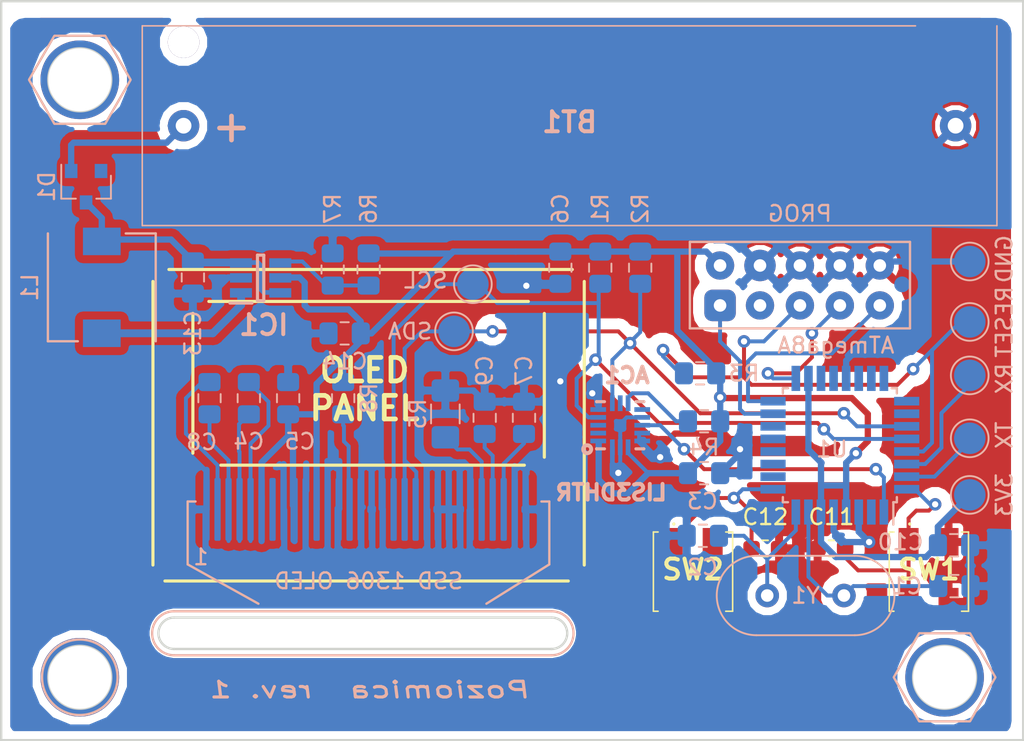
<source format=kicad_pcb>
(kicad_pcb (version 20171130) (host pcbnew "(5.0.2)-1")
  (layers (0 F.Cu signal) (31 B.Cu signal) (34 B.Paste user hide) (35 F.Paste user hide) (36 B.SilkS user) (37 F.SilkS user hide) (38 B.Mask user hide) (39 F.Mask user hide) (44 Edge.Cuts user))
  (net 0 "")
  (net 1 +3V3)
  (net 2 "Net-(AC1-Pad2)")
  (net 3 "Net-(AC1-Pad3)")
  (net 4 SCL)
  (net 5 GND)
  (net 6 SDA)
  (net 7 "Net-(AC1-Pad7)")
  (net 8 "Net-(AC1-Pad8)")
  (net 9 "Net-(AC1-Pad9)")
  (net 10 INT1)
  (net 11 "Net-(C1-Pad1)")
  (net 12 "Net-(C2-Pad1)")
  (net 13 "Net-(C4-Pad2)")
  (net 14 "Net-(C4-Pad1)")
  (net 15 "Net-(C7-Pad1)")
  (net 16 "Net-(C8-Pad1)")
  (net 17 "Net-(C8-Pad2)")
  (net 18 "Net-(C9-Pad1)")
  (net 19 "Net-(CON1-Pad7)")
  (net 20 "Net-(CON1-Pad14)")
  (net 21 "Net-(CON1-Pad26)")
  (net 22 MOSI)
  (net 23 "Net-(J1-Pad3)")
  (net 24 RESET)
  (net 25 SCK)
  (net 26 MISO)
  (net 27 INT0)
  (net 28 "Net-(U1-Pad2)")
  (net 29 "Net-(U1-Pad10)")
  (net 30 "Net-(U1-Pad11)")
  (net 31 "Net-(U1-Pad12)")
  (net 32 "Net-(U1-Pad13)")
  (net 33 "Net-(U1-Pad14)")
  (net 34 "Net-(U1-Pad19)")
  (net 35 "Net-(U1-Pad20)")
  (net 36 "Net-(U1-Pad22)")
  (net 37 "Net-(U1-Pad23)")
  (net 38 "Net-(U1-Pad24)")
  (net 39 "Net-(U1-Pad25)")
  (net 40 "Net-(U1-Pad26)")
  (net 41 ZERO)
  (net 42 "Net-(J1-PadMP)")
  (net 43 +BATT)
  (net 44 "Net-(IC1-Pad1)")
  (net 45 "Net-(IC1-Pad4)")
  (net 46 RX)
  (net 47 TX)
  (net 48 "Net-(BT1-Pad1)")
  (module Resistor_SMD:R_0805_2012Metric_Pad1.15x1.40mm_HandSolder (layer B.Cu) (at 21.75 25.25 90)
    (fp_text reference R8 (at 0 1.65 90) (layer B.SilkS) (effects (justify mirror)))
    (fp_text value 10k)
    (pad 1 smd roundrect (at -1.025 0 90) (size 1.15 1.4) (layers B.Cu B.Paste B.Mask) (roundrect_rratio 0.217391) (net 20 "Net-(CON1-Pad14)"))
    (pad 2 smd roundrect (at 1.025 0 90) (size 1.15 1.4) (layers B.Cu B.Paste B.Mask) (roundrect_rratio 0.217391) (net 1 +3V3))
  )
  (module SSD1306:1021BatteryAAA (layer B.Cu) (at 11.6 7.92 180)
    (fp_text reference BT1 (at -24.55 0.223 180) (layer B.SilkS) (effects (font (size 1.27 1.27) (thickness 0.254)) (justify mirror)))
    (fp_text value Battery hide)
    (fp_text user + (at -3.048 0 180) (layer B.SilkS) (effects (font (size 2 2) (thickness 0.3)) (justify mirror)))
    (pad 3 thru_hole circle (at 0 5.31 90) (size 2 2) (drill 2) (layers *.Cu *.Mask))
    (pad 2 thru_hole circle (at -49.1 0 90) (size 2 2) (drill 1) (layers *.Cu *.Mask) (net 5 GND))
    (pad 1 thru_hole circle (at 0 0 90) (size 2 2) (drill 1) (layers *.Cu *.Mask) (net 48 "Net-(BT1-Pad1)"))
  )
  (module SSD1306:LIS3DH_BigPad (layer B.Cu) (at 39.37 26.97)
    (fp_text reference AC1 (at 0.43 -3.17) (layer B.SilkS) (effects (font (thickness 0.25)) (justify mirror)))
    (fp_text value LIS3DHTR (at -0.57 4.28) (layer B.SilkS) (effects (font (thickness 0.25)) (justify mirror)))
    (pad 1 smd rect (at -1.4 1 270) (size 0.3 1) (layers B.Cu B.Paste B.Mask) (net 1 +3V3))
    (pad 2 smd rect (at -1.4 0.5 270) (size 0.3 1) (layers B.Cu B.Paste B.Mask) (net 2 "Net-(AC1-Pad2)"))
    (pad 3 smd rect (at -1.4 0 270) (size 0.3 1) (layers B.Cu B.Paste B.Mask) (net 3 "Net-(AC1-Pad3)"))
    (pad 4 smd rect (at -1.4 -0.5 270) (size 0.3 1) (layers B.Cu B.Paste B.Mask) (net 4 SCL))
    (pad 5 smd rect (at -1.4 -1 270) (size 0.3 1) (layers B.Cu B.Paste B.Mask) (net 5 GND))
    (pad 6 smd rect (at -0.5 -1.4) (size 0.3 1) (layers B.Cu B.Paste B.Mask) (net 6 SDA))
    (pad 7 smd rect (at 0 -1.4) (size 0.3 1) (layers B.Cu B.Paste B.Mask) (net 7 "Net-(AC1-Pad7)"))
    (pad 8 smd rect (at 0.5 -1.4) (size 0.3 1) (layers B.Cu B.Paste B.Mask) (net 8 "Net-(AC1-Pad8)"))
    (pad 9 smd rect (at 1.4 -1 270) (size 0.3 1) (layers B.Cu B.Paste B.Mask) (net 9 "Net-(AC1-Pad9)"))
    (pad 10 smd rect (at 1.4 -0.5 270) (size 0.3 1) (layers B.Cu B.Paste B.Mask) (net 5 GND))
    (pad 11 smd rect (at 1.4 0 270) (size 0.3 1) (layers B.Cu B.Paste B.Mask) (net 10 INT1))
    (pad 12 smd rect (at 1.4 0.5 270) (size 0.3 1) (layers B.Cu B.Paste B.Mask) (net 5 GND))
    (pad 13 smd rect (at 1.4 1 270) (size 0.3 1) (layers B.Cu B.Paste B.Mask) (net 5 GND))
    (pad 14 smd rect (at 0.5 1.4) (size 0.3 1) (layers B.Cu B.Paste B.Mask) (net 1 +3V3))
    (pad 15 smd rect (at 0 1.4) (size 0.3 1) (layers B.Cu B.Paste B.Mask) (net 5 GND))
    (pad 16 smd rect (at -0.5 1.4) (size 0.3 1) (layers B.Cu B.Paste B.Mask) (net 5 GND))
  )
  (module SSD1306:7914J1000E (layer F.Cu) (at 44 36)
    (fp_text reference SW2 (at 0 0.147) (layer F.SilkS) (effects (font (size 1.27 1.27) (thickness 0.254))))
    (fp_text value ZERO hide)
    (pad 1 smd rect (at -1.29 -1.605 90) (size 1.78 1.27) (layers F.Cu F.Paste F.Mask) (net 41 ZERO))
    (pad 1 smd rect (at -1.29 2.205 90) (size 1.78 1.27) (layers F.Cu F.Paste F.Mask) (net 41 ZERO))
    (pad 2 smd rect (at 1.25 -1.605 90) (size 1.78 1.27) (layers F.Cu F.Paste F.Mask) (net 5 GND))
    (pad 2 smd rect (at 1.25 2.205 90) (size 1.78 1.27) (layers F.Cu F.Paste F.Mask) (net 5 GND))
  )
  (module SSD1306:7914J1000E (layer F.Cu) (at 59 36)
    (fp_text reference SW1 (at 0 0.147) (layer F.SilkS) (effects (font (size 1.27 1.27) (thickness 0.254))))
    (fp_text value PWR hide)
    (pad 1 smd rect (at -1.29 -1.605 90) (size 1.78 1.27) (layers F.Cu F.Paste F.Mask) (net 27 INT0))
    (pad 1 smd rect (at -1.29 2.205 90) (size 1.78 1.27) (layers F.Cu F.Paste F.Mask) (net 27 INT0))
    (pad 2 smd rect (at 1.25 -1.605 90) (size 1.78 1.27) (layers F.Cu F.Paste F.Mask) (net 5 GND))
    (pad 2 smd rect (at 1.25 2.205 90) (size 1.78 1.27) (layers F.Cu F.Paste F.Mask) (net 5 GND))
  )
  (module SSD1306:Crystal_HC49-U_Vertical (layer B.Cu) (at 53.6 37.8 180)
    (fp_text reference Y1 (at 2.44 0 180) (layer B.SilkS) (effects (justify mirror)))
    (fp_text value Crystal hide)
    (pad 1 thru_hole circle (at 0 0 180) (size 1.5 1.5) (drill 0.8) (layers *.Cu *.Mask) (net 11 "Net-(C1-Pad1)"))
    (pad 2 thru_hole circle (at 4.88 0 180) (size 1.5 1.5) (drill 0.8) (layers *.Cu *.Mask) (net 12 "Net-(C2-Pad1)"))
  )
  (module Capacitor_SMD:C_0805_2012Metric_Pad1.15x1.40mm_HandSolder (layer B.Cu) (at 15.75 25.25 90)
    (fp_text reference C4 (at -2.75 0 180) (layer B.SilkS) (effects (justify mirror)))
    (fp_text value 2,2uF)
    (pad 2 smd roundrect (at 1.025 0 90) (size 1.15 1.4) (layers B.Cu B.Paste B.Mask) (roundrect_rratio 0.217391) (net 13 "Net-(C4-Pad2)"))
    (pad 1 smd roundrect (at -1.025 0 90) (size 1.15 1.4) (layers B.Cu B.Paste B.Mask) (roundrect_rratio 0.217391) (net 14 "Net-(C4-Pad1)"))
  )
  (module SSD1306:PROG (layer B.Cu) (at 50.8 16.81)
    (fp_text reference J1 hide)
    (fp_text value PROG (at 0 -3.302) (layer B.SilkS) (effects (justify mirror)))
    (pad 10 thru_hole circle (at 5.08 0) (size 1.8 1.8) (drill 0.8) (layers *.Cu *.Mask) (net 5 GND))
    (pad 9 thru_hole circle (at 5.08 2.54) (size 1.8 1.8) (drill 0.8) (layers *.Cu *.Mask) (net 26 MISO))
    (pad 8 thru_hole circle (at 2.54 0) (size 1.8 1.8) (drill 0.8) (layers *.Cu *.Mask) (net 5 GND))
    (pad 7 thru_hole circle (at 2.54 2.54) (size 1.8 1.8) (drill 0.8) (layers *.Cu *.Mask) (net 25 SCK))
    (pad 6 thru_hole circle (at 0 0) (size 1.8 1.8) (drill 0.8) (layers *.Cu *.Mask) (net 5 GND))
    (pad 5 thru_hole circle (at 0 2.54) (size 1.8 1.8) (drill 0.8) (layers *.Cu *.Mask) (net 24 RESET))
    (pad 4 thru_hole circle (at -2.54 0) (size 2 2) (drill 0.8) (layers *.Cu *.Mask) (net 5 GND))
    (pad 3 thru_hole circle (at -2.54 2.54) (size 1.8 1.8) (drill 0.8) (layers *.Cu *.Mask) (net 23 "Net-(J1-Pad3)"))
    (pad 2 thru_hole circle (at -5.08 0) (size 1.8 1.8) (drill 0.8) (layers *.Cu *.Mask) (net 1 +3V3))
    (pad 1 thru_hole roundrect (at -5.08 2.54) (size 2 2) (drill 0.8) (layers *.Cu *.Mask) (net 22 MOSI))
    (pad MP connect circle (at 6.5 1.2) (size 1 1) (layers B.Cu B.Mask) (net 42 "Net-(J1-PadMP)"))
  )
  (module SSD1306:SSD1306 (layer B.Cu) (at 22.86 33.32)
    (fp_text reference CON1 hide)
    (fp_text value "SSD 1306 OLED" (at 0.508 3.556) (layer B.SilkS) (effects (justify mirror)))
    (fp_text user 1 (at -10.16 2.032) (layer B.SilkS) (effects (justify mirror)))
    (pad 1 smd roundrect (at -9.8 -1) (size 0.4 4) (layers B.Cu B.Paste B.Mask) (net 5 GND))
    (pad 2 smd roundrect (at -9.1 -1) (size 0.4 4) (layers B.Cu B.Paste B.Mask) (net 16 "Net-(C8-Pad1)"))
    (pad 3 smd roundrect (at -8.4 -1) (size 0.4 4) (layers B.Cu B.Paste B.Mask) (net 17 "Net-(C8-Pad2)"))
    (pad 4 smd roundrect (at -7.7 -1) (size 0.4 4) (layers B.Cu B.Paste B.Mask) (net 14 "Net-(C4-Pad1)"))
    (pad 5 smd roundrect (at -7 -1) (size 0.4 4) (layers B.Cu B.Paste B.Mask) (net 13 "Net-(C4-Pad2)"))
    (pad 6 smd roundrect (at -6.3 -1) (size 0.4 4) (layers B.Cu B.Paste B.Mask) (net 1 +3V3))
    (pad 7 smd roundrect (at -5.6 -1) (size 0.4 4) (layers B.Cu B.Paste B.Mask) (net 19 "Net-(CON1-Pad7)"))
    (pad 8 smd roundrect (at -4.9 -1) (size 0.4 4) (layers B.Cu B.Paste B.Mask) (net 5 GND))
    (pad 9 smd roundrect (at -4.2 -1) (size 0.4 4) (layers B.Cu B.Paste B.Mask) (net 1 +3V3))
    (pad 10 smd roundrect (at -3.5 -1) (size 0.4 4) (layers B.Cu B.Paste B.Mask) (net 5 GND))
    (pad 11 smd roundrect (at -2.8 -1) (size 0.4 4) (layers B.Cu B.Paste B.Mask) (net 1 +3V3))
    (pad 12 smd roundrect (at -2.1 -1) (size 0.4 4) (layers B.Cu B.Paste B.Mask) (net 5 GND))
    (pad 13 smd roundrect (at -1.4 -1) (size 0.4 4) (layers B.Cu B.Paste B.Mask) (net 5 GND))
    (pad 14 smd roundrect (at -0.7 -1) (size 0.4 4) (layers B.Cu B.Paste B.Mask) (net 20 "Net-(CON1-Pad14)"))
    (pad 15 smd roundrect (at 0 -1) (size 0.4 4) (layers B.Cu B.Paste B.Mask) (net 5 GND))
    (pad 16 smd roundrect (at 0.7 -1) (size 0.4 4) (layers B.Cu B.Paste B.Mask) (net 5 GND))
    (pad 17 smd roundrect (at 1.4 -1) (size 0.4 4) (layers B.Cu B.Paste B.Mask) (net 5 GND))
    (pad 18 smd roundrect (at 2.1 -1) (size 0.4 4) (layers B.Cu B.Paste B.Mask) (net 4 SCL))
    (pad 19 smd roundrect (at 2.8 -1) (size 0.4 4) (layers B.Cu B.Paste B.Mask) (net 6 SDA))
    (pad 20 smd roundrect (at 3.5 -1) (size 0.4 4) (layers B.Cu B.Paste B.Mask) (net 6 SDA))
    (pad 21 smd roundrect (at 4.2 -1) (size 0.4 4) (layers B.Cu B.Paste B.Mask) (net 5 GND))
    (pad 22 smd roundrect (at 4.9 -1) (size 0.4 4) (layers B.Cu B.Paste B.Mask) (net 5 GND))
    (pad 23 smd roundrect (at 5.6 -1) (size 0.4 4) (layers B.Cu B.Paste B.Mask) (net 5 GND))
    (pad 24 smd roundrect (at 6.3 -1) (size 0.4 4) (layers B.Cu B.Paste B.Mask) (net 5 GND))
    (pad 25 smd roundrect (at 7 -1) (size 0.4 4) (layers B.Cu B.Paste B.Mask) (net 5 GND))
    (pad 26 smd roundrect (at 7.7 -1) (size 0.4 4) (layers B.Cu B.Paste B.Mask) (net 21 "Net-(CON1-Pad26)"))
    (pad 27 smd roundrect (at 8.4 -1) (size 0.4 4) (layers B.Cu B.Paste B.Mask) (net 18 "Net-(C9-Pad1)"))
    (pad 28 smd roundrect (at 9.1 -1) (size 0.4 4) (layers B.Cu B.Paste B.Mask) (net 15 "Net-(C7-Pad1)"))
    (pad 29 smd roundrect (at 9.8 -1) (size 0.4 4) (layers B.Cu B.Paste B.Mask) (net 5 GND))
    (pad 30 smd roundrect (at 10.5 -1) (size 0.4 4) (layers B.Cu B.Paste B.Mask) (net 5 GND))
  )
  (module Capacitor_SMD:C_0805_2012Metric_Pad1.15x1.40mm_HandSolder (layer B.Cu) (at 60.625 37.2)
    (fp_text reference C1 (at -3.025 0) (layer B.SilkS) (effects (justify mirror)))
    (fp_text value 12pF)
    (pad 1 smd roundrect (at -1.025 0) (size 1.15 1.4) (layers B.Cu B.Paste B.Mask) (roundrect_rratio 0.217391) (net 11 "Net-(C1-Pad1)"))
    (pad 2 smd roundrect (at 1.025 0) (size 1.15 1.4) (layers B.Cu B.Paste B.Mask) (roundrect_rratio 0.217391) (net 5 GND))
  )
  (module Capacitor_SMD:C_0805_2012Metric_Pad1.15x1.40mm_HandSolder (layer B.Cu) (at 44.625 34 180)
    (fp_text reference C2 (at 0.025 -2 180) (layer B.SilkS) (effects (justify mirror)))
    (fp_text value 12pF)
    (pad 2 smd roundrect (at 1.025 0 180) (size 1.15 1.4) (layers B.Cu B.Paste B.Mask) (roundrect_rratio 0.217391) (net 5 GND))
    (pad 1 smd roundrect (at -1.025 0 180) (size 1.15 1.4) (layers B.Cu B.Paste B.Mask) (roundrect_rratio 0.217391) (net 12 "Net-(C2-Pad1)"))
  )
  (module Capacitor_SMD:C_0805_2012Metric_Pad1.15x1.40mm_HandSolder (layer B.Cu) (at 44.704 30.018)
    (fp_text reference C3 (at -0.104 1.782) (layer B.SilkS) (effects (justify mirror)))
    (fp_text value 2,2uF hide)
    (pad 1 smd roundrect (at -1.025 0) (size 1.15 1.4) (layers B.Cu B.Paste B.Mask) (roundrect_rratio 0.217391) (net 1 +3V3))
    (pad 2 smd roundrect (at 1.025 0) (size 1.15 1.4) (layers B.Cu B.Paste B.Mask) (roundrect_rratio 0.217391) (net 5 GND))
  )
  (module Capacitor_SMD:C_0805_2012Metric_Pad1.15x1.40mm_HandSolder (layer B.Cu) (at 18.25 25.25 90)
    (fp_text reference C5 (at -2.75 0.75 180) (layer B.SilkS) (effects (justify mirror)))
    (fp_text value 2,2uF)
    (pad 1 smd roundrect (at -1.025 0 90) (size 1.15 1.4) (layers B.Cu B.Paste B.Mask) (roundrect_rratio 0.217391) (net 1 +3V3))
    (pad 2 smd roundrect (at 1.025 0 90) (size 1.15 1.4) (layers B.Cu B.Paste B.Mask) (roundrect_rratio 0.217391) (net 5 GND))
  )
  (module Capacitor_SMD:C_0805_2012Metric_Pad1.15x1.40mm_HandSolder (layer B.Cu) (at 35.56 16.95 270)
    (fp_text reference C6 (at -3.75 0 270) (layer B.SilkS) (effects (justify mirror)))
    (fp_text value 2,2uF)
    (pad 2 smd roundrect (at 1.025 0 270) (size 1.15 1.4) (layers B.Cu B.Paste B.Mask) (roundrect_rratio 0.217391) (net 5 GND))
    (pad 1 smd roundrect (at -1.025 0 270) (size 1.15 1.4) (layers B.Cu B.Paste B.Mask) (roundrect_rratio 0.217391) (net 1 +3V3))
  )
  (module Capacitor_SMD:C_0805_2012Metric_Pad1.15x1.40mm_HandSolder (layer B.Cu) (at 33.25 26.5 90)
    (fp_text reference C7 (at 3 0 90) (layer B.SilkS) (effects (justify mirror)))
    (fp_text value 2,2uF)
    (pad 2 smd roundrect (at 1.025 0 90) (size 1.15 1.4) (layers B.Cu B.Paste B.Mask) (roundrect_rratio 0.217391) (net 5 GND))
    (pad 1 smd roundrect (at -1.025 0 90) (size 1.15 1.4) (layers B.Cu B.Paste B.Mask) (roundrect_rratio 0.217391) (net 15 "Net-(C7-Pad1)"))
  )
  (module Capacitor_SMD:C_0805_2012Metric_Pad1.15x1.40mm_HandSolder (layer B.Cu) (at 13.25 25.25 270)
    (fp_text reference C8 (at 2.794 0.5) (layer B.SilkS) (effects (justify mirror)))
    (fp_text value 2,2uF)
    (pad 1 smd roundrect (at -1.025 0 270) (size 1.15 1.4) (layers B.Cu B.Paste B.Mask) (roundrect_rratio 0.217391) (net 16 "Net-(C8-Pad1)"))
    (pad 2 smd roundrect (at 1.025 0 270) (size 1.15 1.4) (layers B.Cu B.Paste B.Mask) (roundrect_rratio 0.217391) (net 17 "Net-(C8-Pad2)"))
  )
  (module Capacitor_SMD:C_0805_2012Metric_Pad1.15x1.40mm_HandSolder (layer B.Cu) (at 30.75 26.5 90)
    (fp_text reference C9 (at 3 0 90) (layer B.SilkS) (effects (justify mirror)))
    (fp_text value 2,2uF)
    (pad 1 smd roundrect (at -1.025 0 90) (size 1.15 1.4) (layers B.Cu B.Paste B.Mask) (roundrect_rratio 0.217391) (net 18 "Net-(C9-Pad1)"))
    (pad 2 smd roundrect (at 1.025 0 90) (size 1.15 1.4) (layers B.Cu B.Paste B.Mask) (roundrect_rratio 0.217391) (net 5 GND))
  )
  (module Capacitor_SMD:C_0805_2012Metric_Pad1.15x1.40mm_HandSolder (layer B.Cu) (at 60.6 34.6)
    (fp_text reference C10 (at -3.4 -0.2) (layer B.SilkS) (effects (justify mirror)))
    (fp_text value 2,2uF)
    (pad 2 smd roundrect (at 1.025 0) (size 1.15 1.4) (layers B.Cu B.Paste B.Mask) (roundrect_rratio 0.217391) (net 5 GND))
    (pad 1 smd roundrect (at -1.025 0) (size 1.15 1.4) (layers B.Cu B.Paste B.Mask) (roundrect_rratio 0.217391) (net 1 +3V3))
  )
  (module Resistor_SMD:R_0805_2012Metric_Pad1.15x1.40mm_HandSolder (layer B.Cu) (at 38.1 16.95 90)
    (fp_text reference R1 (at 3.75 0 90) (layer B.SilkS) (effects (justify mirror)))
    (fp_text value 10k hide)
    (pad 1 smd roundrect (at -1.025 0 90) (size 1.15 1.4) (layers B.Cu B.Paste B.Mask) (roundrect_rratio 0.217391) (net 4 SCL))
    (pad 2 smd roundrect (at 1.025 0 90) (size 1.15 1.4) (layers B.Cu B.Paste B.Mask) (roundrect_rratio 0.217391) (net 1 +3V3))
  )
  (module Resistor_SMD:R_0805_2012Metric_Pad1.15x1.40mm_HandSolder (layer B.Cu) (at 40.64 16.95 90)
    (fp_text reference R2 (at 3.75 0 90) (layer B.SilkS) (effects (justify mirror)))
    (fp_text value 10k hide)
    (pad 2 smd roundrect (at 1.025 0 90) (size 1.15 1.4) (layers B.Cu B.Paste B.Mask) (roundrect_rratio 0.217391) (net 1 +3V3))
    (pad 1 smd roundrect (at -1.025 0 90) (size 1.15 1.4) (layers B.Cu B.Paste B.Mask) (roundrect_rratio 0.217391) (net 6 SDA))
  )
  (module Resistor_SMD:R_0805_2012Metric_Pad1.15x1.40mm_HandSolder (layer B.Cu) (at 44.45 23.668)
    (fp_text reference R3 (at 2.794 0) (layer B.SilkS) (effects (justify mirror)))
    (fp_text value 10k hide)
    (pad 1 smd roundrect (at -1.025 0) (size 1.15 1.4) (layers B.Cu B.Paste B.Mask) (roundrect_rratio 0.217391) (net 24 RESET))
    (pad 2 smd roundrect (at 1.025 0) (size 1.15 1.4) (layers B.Cu B.Paste B.Mask) (roundrect_rratio 0.217391) (net 1 +3V3))
  )
  (module Resistor_SMD:R_0805_2012Metric_Pad1.15x1.40mm_HandSolder (layer B.Cu) (at 44.704 26.716)
    (fp_text reference R4 (at 0 1.65) (layer B.SilkS) (effects (justify mirror)))
    (fp_text value 10k)
    (pad 2 smd roundrect (at 1.025 0) (size 1.15 1.4) (layers B.Cu B.Paste B.Mask) (roundrect_rratio 0.217391) (net 1 +3V3))
    (pad 1 smd roundrect (at -1.025 0) (size 1.15 1.4) (layers B.Cu B.Paste B.Mask) (roundrect_rratio 0.217391) (net 8 "Net-(AC1-Pad8)"))
  )
  (module TestPoint:TestPoint_Pad_D2.0mm (layer B.Cu) (at 61.6 31.4)
    (fp_text reference TP1 hide)
    (fp_text value 3V3 (at 2.2 0 90) (layer B.SilkS) (effects (justify mirror)))
    (pad 1 smd circle (at 0 0) (size 2 2) (layers B.Cu B.Mask) (net 1 +3V3))
  )
  (module TestPoint:TestPoint_Pad_D2.0mm (layer B.Cu) (at 30 18)
    (fp_text reference TP2 hide)
    (fp_text value SCL (at -3 -0.25 180) (layer B.SilkS) (effects (justify mirror)))
    (pad 1 smd circle (at 0 0) (size 2 2) (layers B.Cu B.Mask) (net 4 SCL))
  )
  (module TestPoint:TestPoint_Pad_D2.0mm (layer B.Cu) (at 28.8 21)
    (fp_text reference TP3 hide)
    (fp_text value SDA (at -2.8 0 180) (layer B.SilkS) (effects (justify mirror)))
    (pad 1 smd circle (at 0 0) (size 2 2) (layers B.Cu B.Mask) (net 6 SDA))
  )
  (module TestPoint:TestPoint_Pad_D2.0mm (layer B.Cu) (at 61.6 16.556)
    (fp_text reference TP4 hide)
    (fp_text value GND (at 2.2 -0.156 90) (layer B.SilkS) (effects (justify mirror)))
    (pad 1 smd circle (at 0 0) (size 2 2) (layers B.Cu B.Mask) (net 5 GND))
  )
  (module TestPoint:TestPoint_Pad_D2.0mm (layer B.Cu) (at 61.6 20.4)
    (fp_text reference TP5 hide)
    (fp_text value RESET (at 2.2 0 90) (layer B.SilkS) (effects (justify mirror)))
    (pad 1 smd circle (at 0 0) (size 2 2) (layers B.Cu B.Mask) (net 24 RESET))
  )
  (module Package_QFP:TQFP-32_7x7mm_P0.8mm (layer B.Cu) (at 53.34 28.24 90)
    (fp_text reference U1 (at -0.254 -0.508 180) (layer B.SilkS) (effects (justify mirror)))
    (fp_text value ATmega8A (at 6.35 -0.254 180) (layer B.SilkS) (effects (justify mirror)))
    (pad 1 smd rect (at -4.25 2.8 90) (size 1.6 0.55) (layers B.Cu B.Paste B.Mask) (net 10 INT1))
    (pad 2 smd rect (at -4.25 2 90) (size 1.6 0.55) (layers B.Cu B.Paste B.Mask) (net 28 "Net-(U1-Pad2)"))
    (pad 3 smd rect (at -4.25 1.2 90) (size 1.6 0.55) (layers B.Cu B.Paste B.Mask) (net 5 GND))
    (pad 4 smd rect (at -4.25 0.4 90) (size 1.6 0.55) (layers B.Cu B.Paste B.Mask) (net 1 +3V3))
    (pad 5 smd rect (at -4.25 -0.4 90) (size 1.6 0.55) (layers B.Cu B.Paste B.Mask) (net 5 GND))
    (pad 6 smd rect (at -4.25 -1.2 90) (size 1.6 0.55) (layers B.Cu B.Paste B.Mask) (net 1 +3V3))
    (pad 7 smd rect (at -4.25 -2 90) (size 1.6 0.55) (layers B.Cu B.Paste B.Mask) (net 11 "Net-(C1-Pad1)"))
    (pad 8 smd rect (at -4.25 -2.8 90) (size 1.6 0.55) (layers B.Cu B.Paste B.Mask) (net 12 "Net-(C2-Pad1)"))
    (pad 9 smd rect (at -2.8 -4.25) (size 1.6 0.55) (layers B.Cu B.Paste B.Mask) (net 41 ZERO))
    (pad 10 smd rect (at -2 -4.25) (size 1.6 0.55) (layers B.Cu B.Paste B.Mask) (net 29 "Net-(U1-Pad10)"))
    (pad 11 smd rect (at -1.2 -4.25) (size 1.6 0.55) (layers B.Cu B.Paste B.Mask) (net 30 "Net-(U1-Pad11)"))
    (pad 12 smd rect (at -0.4 -4.25) (size 1.6 0.55) (layers B.Cu B.Paste B.Mask) (net 31 "Net-(U1-Pad12)"))
    (pad 13 smd rect (at 0.4 -4.25) (size 1.6 0.55) (layers B.Cu B.Paste B.Mask) (net 32 "Net-(U1-Pad13)"))
    (pad 14 smd rect (at 1.2 -4.25) (size 1.6 0.55) (layers B.Cu B.Paste B.Mask) (net 33 "Net-(U1-Pad14)"))
    (pad 15 smd rect (at 2 -4.25) (size 1.6 0.55) (layers B.Cu B.Paste B.Mask) (net 22 MOSI))
    (pad 16 smd rect (at 2.8 -4.25) (size 1.6 0.55) (layers B.Cu B.Paste B.Mask) (net 26 MISO))
    (pad 17 smd rect (at 4.25 -2.8 90) (size 1.6 0.55) (layers B.Cu B.Paste B.Mask) (net 25 SCK))
    (pad 18 smd rect (at 4.25 -2 90) (size 1.6 0.55) (layers B.Cu B.Paste B.Mask) (net 1 +3V3))
    (pad 19 smd rect (at 4.25 -1.2 90) (size 1.6 0.55) (layers B.Cu B.Paste B.Mask) (net 34 "Net-(U1-Pad19)"))
    (pad 20 smd rect (at 4.25 -0.4 90) (size 1.6 0.55) (layers B.Cu B.Paste B.Mask) (net 35 "Net-(U1-Pad20)"))
    (pad 21 smd rect (at 4.25 0.4 90) (size 1.6 0.55) (layers B.Cu B.Paste B.Mask) (net 5 GND))
    (pad 22 smd rect (at 4.25 1.2 90) (size 1.6 0.55) (layers B.Cu B.Paste B.Mask) (net 36 "Net-(U1-Pad22)"))
    (pad 23 smd rect (at 4.25 2 90) (size 1.6 0.55) (layers B.Cu B.Paste B.Mask) (net 37 "Net-(U1-Pad23)"))
    (pad 24 smd rect (at 4.25 2.8 90) (size 1.6 0.55) (layers B.Cu B.Paste B.Mask) (net 38 "Net-(U1-Pad24)"))
    (pad 25 smd rect (at 2.8 4.25) (size 1.6 0.55) (layers B.Cu B.Paste B.Mask) (net 39 "Net-(U1-Pad25)"))
    (pad 26 smd rect (at 2 4.25) (size 1.6 0.55) (layers B.Cu B.Paste B.Mask) (net 40 "Net-(U1-Pad26)"))
    (pad 27 smd rect (at 1.2 4.25) (size 1.6 0.55) (layers B.Cu B.Paste B.Mask) (net 6 SDA))
    (pad 28 smd rect (at 0.4 4.25) (size 1.6 0.55) (layers B.Cu B.Paste B.Mask) (net 4 SCL))
    (pad 29 smd rect (at -0.4 4.25) (size 1.6 0.55) (layers B.Cu B.Paste B.Mask) (net 24 RESET))
    (pad 30 smd rect (at -1.2 4.25) (size 1.6 0.55) (layers B.Cu B.Paste B.Mask) (net 46 RX))
    (pad 31 smd rect (at -2 4.25) (size 1.6 0.55) (layers B.Cu B.Paste B.Mask) (net 47 TX))
    (pad 32 smd rect (at -2.8 4.25) (size 1.6 0.55) (layers B.Cu B.Paste B.Mask) (net 27 INT0))
  )
  (module Capacitor_SMD:C_0805_2012Metric_Pad1.15x1.40mm_HandSolder (layer B.Cu) (at 12.192 17.572 270)
    (fp_text reference C13 (at 3.556 0 270) (layer B.SilkS) (effects (justify mirror)))
    (fp_text value 10uF)
    (pad 2 smd roundrect (at 1.025 0 270) (size 1.15 1.4) (layers B.Cu B.Paste B.Mask) (roundrect_rratio 0.217391) (net 5 GND))
    (pad 1 smd roundrect (at -1.025 0 270) (size 1.15 1.4) (layers B.Cu B.Paste B.Mask) (roundrect_rratio 0.217391) (net 43 +BATT))
  )
  (module Capacitor_SMD:C_0805_2012Metric_Pad1.15x1.40mm_HandSolder (layer B.Cu) (at 21.844 21.128 180)
    (fp_text reference C14 (at 0 -1.778 180) (layer B.SilkS) (effects (justify mirror)))
    (fp_text value 10uF)
    (pad 1 smd roundrect (at -1.025 0 180) (size 1.15 1.4) (layers B.Cu B.Paste B.Mask) (roundrect_rratio 0.217391) (net 1 +3V3))
    (pad 2 smd roundrect (at 1.025 0 180) (size 1.15 1.4) (layers B.Cu B.Paste B.Mask) (roundrect_rratio 0.217391) (net 5 GND))
  )
  (module Resistor_SMD:R_0805_2012Metric_Pad1.15x1.40mm_HandSolder (layer B.Cu) (at 23.368 17.064 90)
    (fp_text reference R6 (at 3.864 0 90) (layer B.SilkS) (effects (justify mirror)))
    (fp_text value 820k)
    (pad 2 smd roundrect (at 1.025 0 90) (size 1.15 1.4) (layers B.Cu B.Paste B.Mask) (roundrect_rratio 0.217391) (net 1 +3V3))
    (pad 1 smd roundrect (at -1.025 0 90) (size 1.15 1.4) (layers B.Cu B.Paste B.Mask) (roundrect_rratio 0.217391) (net 45 "Net-(IC1-Pad4)"))
  )
  (module Resistor_SMD:R_0805_2012Metric_Pad1.15x1.40mm_HandSolder (layer B.Cu) (at 21.082 17.064 270)
    (fp_text reference R7 (at -3.864 0 270) (layer B.SilkS) (effects (justify mirror)))
    (fp_text value 470k)
    (pad 1 smd roundrect (at -1.025 0 270) (size 1.15 1.4) (layers B.Cu B.Paste B.Mask) (roundrect_rratio 0.217391) (net 5 GND))
    (pad 2 smd roundrect (at 1.025 0 270) (size 1.15 1.4) (layers B.Cu B.Paste B.Mask) (roundrect_rratio 0.217391) (net 45 "Net-(IC1-Pad4)"))
  )
  (module Capacitor_SMD:C_0603_1608Metric_Pad1.05x0.95mm_HandSolder (layer F.Cu) (at 52.8 34.8 180)
    (fp_text reference C11 (at 0 2 180) (layer F.SilkS))
    (fp_text value .1uF)
    (pad 2 smd roundrect (at 0.875 0 180) (size 1.05 0.95) (layers F.Cu F.Paste F.Mask) (net 5 GND))
    (pad 1 smd roundrect (at -0.875 0 180) (size 1.05 0.95) (layers F.Cu F.Paste F.Mask) (net 27 INT0))
  )
  (module Capacitor_SMD:C_0603_1608Metric_Pad1.05x0.95mm_HandSolder (layer F.Cu) (at 48.6 34.8)
    (fp_text reference C12 (at 0 -2) (layer F.SilkS))
    (fp_text value .1uF)
    (pad 1 smd roundrect (at -0.875 0) (size 1.05 0.95) (layers F.Cu F.Paste F.Mask) (net 41 ZERO))
    (pad 2 smd roundrect (at 0.875 0) (size 1.05 0.95) (layers F.Cu F.Paste F.Mask) (net 5 GND))
  )
  (module Resistor_SMD:R_1206_3216Metric_Pad1.42x1.75mm_HandSolder (layer B.Cu) (at 28.25 26.25 270)
    (fp_text reference R5 (at 0 1.75 270) (layer B.SilkS) (effects (justify mirror)))
    (fp_text value 120k)
    (pad 1 smd roundrect (at -1.4875 0 270) (size 1.425 1.75) (layers B.Cu B.Paste B.Mask) (roundrect_rratio 0.175439) (net 5 GND))
    (pad 2 smd roundrect (at 1.4875 0 270) (size 1.425 1.75) (layers B.Cu B.Paste B.Mask) (roundrect_rratio 0.175439) (net 21 "Net-(CON1-Pad26)"))
  )
  (module SSD1306:IND-B82462G4 (layer B.Cu) (at 6.4 18.2 90)
    (fp_text reference L1 (at 0 -4.572 90) (layer B.SilkS) (effects (justify mirror)))
    (fp_text value "EPCOS 4,7uH")
    (pad 1 smd rect (at -2.921 0 90) (size 1.75 2.4) (layers B.Cu B.Paste B.Mask) (net 44 "Net-(IC1-Pad1)"))
    (pad 2 smd rect (at 2.921 0 90) (size 1.75 2.4) (layers B.Cu B.Paste B.Mask) (net 43 +BATT))
  )
  (module TestPoint:TestPoint_Pad_D2.0mm (layer B.Cu) (at 61.6 23.8)
    (fp_text reference TP6 hide)
    (fp_text value RX (at 2.2 0.2 90) (layer B.SilkS) (effects (justify mirror)))
    (pad 1 smd circle (at 0 0) (size 2 2) (layers B.Cu B.Mask) (net 46 RX))
  )
  (module TestPoint:TestPoint_Pad_D2.0mm (layer B.Cu) (at 61.6 27.8)
    (fp_text reference TP7)
    (fp_text value TX (at 2.2 -0.2 90) (layer B.SilkS) (effects (justify mirror)))
    (pad 1 smd circle (at 0 0) (size 2 2) (layers B.Cu B.Mask) (net 47 TX))
  )
  (module Diode_SMD:D_SOT-23_ANK (layer B.Cu) (at 5.4 11.8 270)
    (fp_text reference D1 (at 0 2.5 270) (layer B.SilkS) (effects (justify mirror)))
    (fp_text value D)
    (pad 2 smd rect (at -1 0.95 270) (size 0.9 0.8) (layers B.Cu B.Paste B.Mask) (net 48 "Net-(BT1-Pad1)"))
    (pad "" smd rect (at -1 -0.95 270) (size 0.9 0.8) (layers B.Cu B.Paste B.Mask))
    (pad 1 smd rect (at 1 0 270) (size 0.9 0.8) (layers B.Cu B.Paste B.Mask) (net 43 +BATT))
  )
  (module SamacSys_Parts:SOT95P270X145-6N (layer B.Cu) (at 16.5 17.6)
    (fp_text reference IC1 (at 0.2 3) (layer B.SilkS) (effects (font (size 1.27 1.27) (thickness 0.254)) (justify mirror)))
    (fp_text value MCP1623T hide)
    (pad 1 smd rect (at -1.25 0.95 270) (size 0.6 1.4) (layers B.Cu B.Paste B.Mask) (net 44 "Net-(IC1-Pad1)"))
    (pad 2 smd rect (at -1.25 0 270) (size 0.6 1.4) (layers B.Cu B.Paste B.Mask) (net 5 GND))
    (pad 3 smd rect (at -1.25 -0.95 270) (size 0.6 1.4) (layers B.Cu B.Paste B.Mask) (net 43 +BATT))
    (pad 4 smd rect (at 1.25 -0.95 270) (size 0.6 1.4) (layers B.Cu B.Paste B.Mask) (net 45 "Net-(IC1-Pad4)"))
    (pad 5 smd rect (at 1.25 0 270) (size 0.6 1.4) (layers B.Cu B.Paste B.Mask) (net 1 +3V3))
    (pad 6 smd rect (at 1.25 0.95 270) (size 0.6 1.4) (layers B.Cu B.Paste B.Mask) (net 43 +BATT))
  )
  (gr_circle (center 5 43) (end 5 40.6) (layer B.SilkS) (width 0.15))
  (gr_line (start 58.375129 45.785641) (end 56.775129 43.014359) (layer B.SilkS) (width 0.15))
  (gr_line (start 61.6 45.8) (end 58.4 45.8) (layer B.SilkS) (width 0.15))
  (gr_line (start 56.775129 42.985641) (end 58.375129 40.214359) (layer B.SilkS) (width 0.15))
  (gr_line (start 58.4 40.2) (end 61.6 40.2) (layer B.SilkS) (width 0.15))
  (gr_line (start 61.624871 40.214359) (end 63.224871 42.985641) (layer B.SilkS) (width 0.15))
  (gr_line (start 63.224871 43.014359) (end 61.624871 45.785641) (layer B.SilkS) (width 0.15))
  (gr_line (start 6.624871 2.214359) (end 8.224871 4.985641) (layer B.SilkS) (width 0.15))
  (gr_line (start 8.224871 5.014359) (end 6.624871 7.785641) (layer B.SilkS) (width 0.15))
  (gr_line (start 6.6 7.8) (end 3.4 7.8) (layer B.SilkS) (width 0.15))
  (gr_line (start 3.375129 7.785641) (end 1.775129 5.014359) (layer B.SilkS) (width 0.15))
  (gr_line (start 1.775129 4.985641) (end 3.375129 2.214359) (layer B.SilkS) (width 0.15))
  (gr_line (start 3.4 2.2) (end 6.6 2.2) (layer B.SilkS) (width 0.15))
  (gr_circle (center 60 43) (end 60 41) (layer Edge.Cuts) (width 0.15))
  (gr_circle (center 5 5) (end 5 3) (layer Edge.Cuts) (width 0.15))
  (gr_circle (center 5 43) (end 5 41) (layer Edge.Cuts) (width 0.15))
  (gr_line (start 11 41.2) (end 35 41.2) (layer Edge.Cuts) (width 0.15))
  (gr_line (start 35 39.2) (end 11 39.2) (layer Edge.Cuts) (width 0.15))
  (gr_arc (start 35 40.2) (end 35 41.2) (angle -180) (layer Edge.Cuts) (width 0.15))
  (gr_arc (start 11 40.2) (end 11 39.2) (angle -180) (layer Edge.Cuts) (width 0.15))
  (gr_line (start 11 41.6) (end 35 41.6) (layer B.SilkS) (width 0.15))
  (gr_line (start 35 38.8) (end 11 38.8) (layer B.SilkS) (width 0.15))
  (gr_arc (start 35 40.2) (end 35 41.6) (angle -180) (layer B.SilkS) (width 0.15))
  (gr_arc (start 11 40.2) (end 11 38.8) (angle -180) (layer B.SilkS) (width 0.15))
  (gr_text "Poziomica  rev. 1 " (at 33.8 43.8) (layer B.SilkS) (effects (font (size 1 1.5) (thickness 0.2) italic) (justify left mirror)))
  (gr_line (start 12.192 19.858) (end 12.192 28.748) (layer F.SilkS) (width 0.2))
  (gr_line (start 34.544 19.858) (end 34.544 29.002) (layer F.SilkS) (width 0.2))
  (gr_line (start 13.97 29.51) (end 33.274 29.51) (layer F.SilkS) (width 0.2))
  (gr_line (start 13.208 19.096) (end 33.528 19.096) (layer F.SilkS) (width 0.2))
  (gr_line (start 65 47) (end 14.986 47) (layer Edge.Cuts) (width 0.15))
  (gr_line (start 0 47) (end 14.986 47) (layer Edge.Cuts) (width 0.15))
  (gr_text "OLED\nPANEL" (at 23.114 24.684) (layer F.SilkS) (effects (font (size 1.5 1.5) (thickness 0.3))))
  (gr_line (start 36.068 36.876) (end 10.414 36.876) (layer F.SilkS) (width 0.2))
  (gr_line (start 37.084 17.826) (end 37.084 35.86) (layer F.SilkS) (width 0.2))
  (gr_line (start 10.668 17.064) (end 36.322 17.064) (layer F.SilkS) (width 0.2))
  (gr_line (start 9.652 35.86) (end 9.652 17.826) (layer F.SilkS) (width 0.2))
  (gr_line (start 0 47) (end 0 0) (layer Edge.Cuts) (width 0.15))
  (gr_line (start 65 0) (end 65 47) (layer Edge.Cuts) (width 0.15))
  (gr_line (start 0 0) (end 65 0) (layer Edge.Cuts) (width 0.15))
  (via (at 5 43) (size 5) (drill 4) (layers F.Cu B.Cu) (net 0))
  (via (at 5 5) (size 5) (drill 4) (layers F.Cu B.Cu) (net 0))
  (via (at 60 43) (size 5) (drill 4) (layers F.Cu B.Cu) (net 0))
  (segment (start 43.004 30.018) (end 43.679 30.018) (width 0.4) (layer B.Cu) (net 1))
  (segment (start 45.729 27.968) (end 45.729 26.716) (width 0.4) (layer B.Cu) (net 1))
  (segment (start 43.679 30.018) (end 45.729 27.968) (width 0.4) (layer B.Cu) (net 1))
  (segment (start 41.148 30.018) (end 43.004 30.018) (width 0.4) (layer B.Cu) (net 1))
  (segment (start 38.17 27.97) (end 38.1 28.04) (width 0.25) (layer B.Cu) (net 1))
  (segment (start 51.34 28.526) (end 52.07 29.256) (width 0.4) (layer B.Cu) (net 1))
  (segment (start 51.34 23.99) (end 51.34 28.526) (width 0.4) (layer B.Cu) (net 1))
  (segment (start 52.07 29.256) (end 52.178 29.364) (width 0.4) (layer B.Cu) (net 1))
  (segment (start 39.87 28.17) (end 39.87 28.74) (width 0.25) (layer B.Cu) (net 1))
  (segment (start 39.87 28.74) (end 41.148 30.018) (width 0.25) (layer B.Cu) (net 1))
  (via (at 45.729 25.192) (size 0.8) (drill 0.4) (layers F.Cu B.Cu) (net 1))
  (segment (start 45.729 26.716) (end 45.729 25.192) (width 0.4) (layer B.Cu) (net 1))
  (segment (start 23.544 21.128) (end 25.4 19.272) (width 0.4) (layer B.Cu) (net 1))
  (segment (start 21.844 22.652) (end 23.377 21.119) (width 0.4) (layer B.Cu) (net 1))
  (segment (start 23.377 21.119) (end 23.377 21.128) (width 0.4) (layer B.Cu) (net 1))
  (segment (start 23.377 21.128) (end 23.544 21.128) (width 0.4) (layer B.Cu) (net 1))
  (segment (start 25.4 19.272) (end 25.654 19.018) (width 0.4) (layer B.Cu) (net 1))
  (segment (start 20.06 27.992) (end 20.06 28.748) (width 0.4) (layer B.Cu) (net 1))
  (segment (start 16.56 34.336) (end 16.56 31.492) (width 0.4) (layer B.Cu) (net 1))
  (segment (start 20.06 28.748) (end 20.06 26.208) (width 0.4) (layer B.Cu) (net 1))
  (segment (start 20.06 26.214) (end 20.06 26.208) (width 0.4) (layer B.Cu) (net 1))
  (segment (start 20.06 29.51) (end 20.06 28.748) (width 0.4) (layer B.Cu) (net 1))
  (segment (start 20.066 32.304) (end 20.06 32.298) (width 0.4) (layer B.Cu) (net 1))
  (segment (start 20.06 32.298) (end 20.06 29.51) (width 0.4) (layer B.Cu) (net 1))
  (segment (start 52.14 29.326) (end 51.34 28.526) (width 0.4) (layer B.Cu) (net 1))
  (segment (start 52.14 32.49) (end 52.14 29.326) (width 0.4) (layer B.Cu) (net 1))
  (segment (start 52.178 30.8) (end 53.74 30.8) (width 0.4) (layer B.Cu) (net 1))
  (segment (start 53.74 30.526) (end 53.74 32.49) (width 0.4) (layer B.Cu) (net 1))
  (segment (start 54.356 28.748) (end 53.74 29.364) (width 0.4) (layer B.Cu) (net 1))
  (segment (start 53.74 29.364) (end 53.74 30.526) (width 0.4) (layer B.Cu) (net 1))
  (via (at 54.356 28.748) (size 0.8) (drill 0.4) (layers F.Cu B.Cu) (net 1))
  (segment (start 54.755999 28.348001) (end 54.356 28.748) (width 0.4) (layer F.Cu) (net 1))
  (segment (start 45.778999 25.241999) (end 45.729 25.192) (width 0.4) (layer F.Cu) (net 1))
  (segment (start 54.102 25.241999) (end 45.778999 25.241999) (width 0.4) (layer F.Cu) (net 1))
  (segment (start 54.102 25.241999) (end 55.118 26.257999) (width 0.4) (layer F.Cu) (net 1))
  (segment (start 55.118 27.986) (end 54.755999 28.348001) (width 0.4) (layer F.Cu) (net 1))
  (segment (start 55.118 26.257999) (end 55.118 27.986) (width 0.4) (layer F.Cu) (net 1))
  (segment (start 58.823 35.352) (end 59.575 34.6) (width 0.4) (layer B.Cu) (net 1))
  (segment (start 53.086 35.352) (end 58.823 35.352) (width 0.4) (layer B.Cu) (net 1))
  (segment (start 52.14 32.49) (end 52.14 34.406) (width 0.4) (layer B.Cu) (net 1))
  (segment (start 52.14 34.406) (end 53.086 35.352) (width 0.4) (layer B.Cu) (net 1))
  (segment (start 59.575 33.425) (end 61.6 31.4) (width 0.4) (layer B.Cu) (net 1))
  (segment (start 59.575 34.6) (end 59.575 33.425) (width 0.4) (layer B.Cu) (net 1))
  (segment (start 32.725 15.925) (end 35.56 15.925) (width 0.4) (layer B.Cu) (net 1))
  (segment (start 25.4 19.272) (end 28.747 15.925) (width 0.4) (layer B.Cu) (net 1))
  (segment (start 28.747 15.925) (end 32.725 15.925) (width 0.4) (layer B.Cu) (net 1))
  (segment (start 35.56 15.925) (end 38.1 15.925) (width 0.4) (layer B.Cu) (net 1))
  (segment (start 38.1 15.925) (end 40.64 15.925) (width 0.4) (layer B.Cu) (net 1))
  (segment (start 44.835 15.925) (end 45.72 16.81) (width 0.4) (layer B.Cu) (net 1))
  (segment (start 40.64 15.925) (end 44.835 15.925) (width 0.4) (layer B.Cu) (net 1))
  (segment (start 45.729 24.176) (end 45.729 25.192) (width 0.4) (layer B.Cu) (net 1))
  (segment (start 43 20.947996) (end 43.942004 21.89) (width 0.4) (layer B.Cu) (net 1))
  (segment (start 43 16) (end 43 20.947996) (width 0.4) (layer B.Cu) (net 1))
  (segment (start 43.942004 21.89) (end 43.942004 21.890004) (width 0.4) (layer B.Cu) (net 1))
  (segment (start 43.942004 21.890004) (end 45.475 23.423) (width 0.4) (layer B.Cu) (net 1))
  (segment (start 45.475 23.423) (end 45.475 23.922) (width 0.4) (layer B.Cu) (net 1))
  (segment (start 45.475 23.922) (end 45.729 24.176) (width 0.4) (layer B.Cu) (net 1))
  (segment (start 17.994 17.572) (end 18.972 17.572) (width 0.4) (layer B.Cu) (net 1))
  (segment (start 18.972 17.572) (end 19.304 17.904) (width 0.4) (layer B.Cu) (net 1))
  (segment (start 19.304 17.904) (end 19.304 19.35) (width 0.4) (layer B.Cu) (net 1))
  (segment (start 19.304 19.35) (end 19.558 19.604) (width 0.4) (layer B.Cu) (net 1))
  (segment (start 19.558 19.604) (end 22.098 19.604) (width 0.4) (layer B.Cu) (net 1))
  (segment (start 22.86 20.366) (end 22.86 21.128) (width 0.4) (layer B.Cu) (net 1))
  (segment (start 22.098 19.604) (end 22.86 20.366) (width 0.4) (layer B.Cu) (net 1))
  (segment (start 28.624 16.048) (end 28.747 15.925) (width 0.4) (layer B.Cu) (net 1))
  (segment (start 23.622 16.048) (end 28.624 16.048) (width 0.4) (layer B.Cu) (net 1))
  (segment (start 18.25 27.25) (end 18.25 26.275) (width 0.4) (layer B.Cu) (net 1))
  (segment (start 18.25 27.25) (end 18.25 26.25) (width 0.4) (layer B.Cu) (net 1))
  (segment (start 19.993 26.275) (end 20.06 26.208) (width 0.4) (layer B.Cu) (net 1))
  (segment (start 18.25 26.275) (end 19.993 26.275) (width 0.4) (layer B.Cu) (net 1))
  (segment (start 21.75 22.65) (end 21.75 24.225) (width 0.4) (layer B.Cu) (net 1))
  (segment (start 20.06 26.208) (end 20.06 24.34) (width 0.4) (layer B.Cu) (net 1))
  (segment (start 20.06 24.34) (end 21.75 22.65) (width 0.4) (layer B.Cu) (net 1))
  (segment (start 18.25 27.65) (end 18.25 27.25) (width 0.4) (layer B.Cu) (net 1))
  (segment (start 16.56 32.32) (end 16.56 29.34) (width 0.4) (layer B.Cu) (net 1))
  (segment (start 16.56 29.34) (end 18.25 27.65) (width 0.4) (layer B.Cu) (net 1))
  (segment (start 18.25 27.55) (end 18.25 27.25) (width 0.4) (layer B.Cu) (net 1))
  (segment (start 18.56001 27.86001) (end 18.25 27.55) (width 0.4) (layer B.Cu) (net 1))
  (segment (start 18.56001 32.071468) (end 18.56001 27.86001) (width 0.4) (layer B.Cu) (net 1))
  (segment (start 18.60001 32.111468) (end 18.56001 32.071468) (width 0.4) (layer B.Cu) (net 1))
  (segment (start 18.66 34.336) (end 18.60001 34.27601) (width 0.4) (layer B.Cu) (net 1))
  (segment (start 18.60001 34.27601) (end 18.60001 32.111468) (width 0.4) (layer B.Cu) (net 1))
  (segment (start 38 30.434004) (end 38 28.14) (width 0.4) (layer B.Cu) (net 1))
  (segment (start 38.865998 31.300002) (end 38 30.434004) (width 0.4) (layer B.Cu) (net 1))
  (segment (start 41.148 30.018) (end 39.865998 31.300002) (width 0.4) (layer B.Cu) (net 1))
  (segment (start 39.865998 31.300002) (end 38.865998 31.300002) (width 0.4) (layer B.Cu) (net 1))
  (via (at 52.324 27.224) (size 0.8) (drill 0.4) (layers F.Cu B.Cu) (net 4))
  (segment (start 24.892 32.304) (end 24.96 32.236) (width 0.25) (layer B.Cu) (net 4))
  (segment (start 52.94 27.84) (end 52.324 27.224) (width 0.25) (layer B.Cu) (net 4))
  (segment (start 57.59 27.84) (end 52.94 27.84) (width 0.25) (layer B.Cu) (net 4))
  (via (at 37.8 22.800001) (size 0.8) (drill 0.4) (layers F.Cu B.Cu) (net 4))
  (segment (start 37.800001 22.800001) (end 37.8 22.800001) (width 0.25) (layer F.Cu) (net 4))
  (segment (start 41.824001 26.824001) (end 37.800001 22.800001) (width 0.25) (layer F.Cu) (net 4))
  (segment (start 52.324 27.224) (end 51.924001 26.824001) (width 0.25) (layer F.Cu) (net 4))
  (segment (start 51.924001 26.824001) (end 41.824001 26.824001) (width 0.25) (layer F.Cu) (net 4))
  (segment (start 37.400001 23.2) (end 37.8 22.800001) (width 0.25) (layer B.Cu) (net 4))
  (segment (start 36.6 24.000001) (end 37.400001 23.2) (width 0.25) (layer B.Cu) (net 4))
  (segment (start 36.6 25.724) (end 36.6 24.000001) (width 0.25) (layer B.Cu) (net 4))
  (segment (start 38.17 26.47) (end 37.346 26.47) (width 0.25) (layer B.Cu) (net 4))
  (segment (start 37.346 26.47) (end 36.6 25.724) (width 0.25) (layer B.Cu) (net 4))
  (segment (start 38 18.075) (end 38.1 17.975) (width 0.25) (layer B.Cu) (net 4))
  (segment (start 37.8 22.800001) (end 38 22.600001) (width 0.25) (layer B.Cu) (net 4))
  (segment (start 38 22.600001) (end 38 19.2) (width 0.25) (layer B.Cu) (net 4))
  (segment (start 38 19.2) (end 38 18.075) (width 0.25) (layer B.Cu) (net 4))
  (segment (start 24.96 21.04) (end 24.96 32.32) (width 0.25) (layer B.Cu) (net 4))
  (segment (start 30 18) (end 28 18) (width 0.25) (layer B.Cu) (net 4))
  (segment (start 28 18) (end 24.96 21.04) (width 0.25) (layer B.Cu) (net 4))
  (segment (start 30.25 18) (end 30 18) (width 0.25) (layer B.Cu) (net 4))
  (segment (start 30.35 18) (end 30.25 18) (width 0.25) (layer B.Cu) (net 4))
  (segment (start 38 19.2) (end 31.55 19.2) (width 0.25) (layer B.Cu) (net 4))
  (segment (start 31.55 19.2) (end 30.35 18) (width 0.25) (layer B.Cu) (net 4))
  (via (at 41.91 29.002) (size 0.8) (drill 0.4) (layers F.Cu B.Cu) (net 5))
  (segment (start 41.602 29.002) (end 40.57 27.97) (width 0.4) (layer B.Cu) (net 5))
  (segment (start 41.91 29.002) (end 41.602 29.002) (width 0.4) (layer B.Cu) (net 5))
  (segment (start 40.57 27.97) (end 40.57 27.47) (width 0.25) (layer B.Cu) (net 5))
  (via (at 46.99 28.494) (size 0.8) (drill 0.4) (layers F.Cu B.Cu) (net 5))
  (segment (start 46.99 28.757) (end 45.729 30.018) (width 0.4) (layer B.Cu) (net 5))
  (segment (start 46.99 28.494) (end 46.99 28.757) (width 0.4) (layer B.Cu) (net 5))
  (via (at 37.592 24.938) (size 0.8) (drill 0.4) (layers F.Cu B.Cu) (net 5))
  (segment (start 39.37 27.62) (end 39.37 28.17) (width 0.25) (layer B.Cu) (net 5))
  (segment (start 40.57 26.47) (end 40.02 26.47) (width 0.25) (layer B.Cu) (net 5))
  (segment (start 39.37 28.17) (end 39.37 29.509984) (width 0.25) (layer B.Cu) (net 5))
  (segment (start 19.36 36.36) (end 19.4 36.4) (width 0.4) (layer B.Cu) (net 5))
  (segment (start 19.36 32.32) (end 19.36 36.36) (width 0.4) (layer B.Cu) (net 5))
  (segment (start 18 35) (end 18 32.36) (width 0.4) (layer B.Cu) (net 5))
  (segment (start 14.428 17.572) (end 15.26 17.572) (width 0.4) (layer B.Cu) (net 5))
  (segment (start 12.192 18.597) (end 13.403 18.597) (width 0.4) (layer B.Cu) (net 5))
  (segment (start 13.403 18.597) (end 14.428 17.572) (width 0.4) (layer B.Cu) (net 5))
  (segment (start 56.134 16.556) (end 55.88 16.81) (width 0.4) (layer B.Cu) (net 5))
  (segment (start 61.6 16.6) (end 61.556 16.556) (width 0.4) (layer B.Cu) (net 5))
  (segment (start 45.25 34.395) (end 45.25 38.205) (width 0.4) (layer F.Cu) (net 5))
  (segment (start 50.8 34.8) (end 51.925 34.8) (width 0.4) (layer F.Cu) (net 5))
  (segment (start 50.8 34.8) (end 49.475 34.8) (width 0.4) (layer F.Cu) (net 5))
  (via (at 55.199998 34.4) (size 0.8) (drill 0.4) (layers F.Cu B.Cu) (net 5))
  (segment (start 52.94 32.49) (end 52.94 33.69) (width 0.4) (layer B.Cu) (net 5))
  (segment (start 54.799999 34.000001) (end 55.199998 34.4) (width 0.4) (layer B.Cu) (net 5))
  (segment (start 54.54 32.49) (end 54.54 33.740002) (width 0.4) (layer B.Cu) (net 5))
  (segment (start 54.634313 34.4) (end 55.199998 34.4) (width 0.4) (layer B.Cu) (net 5))
  (segment (start 54.54 33.740002) (end 54.799999 34.000001) (width 0.4) (layer B.Cu) (net 5))
  (segment (start 53.765683 32.4) (end 55.199998 33.834315) (width 0.4) (layer F.Cu) (net 5))
  (segment (start 55.199998 33.834315) (end 55.199998 34.4) (width 0.4) (layer F.Cu) (net 5))
  (segment (start 53.2 32.4) (end 53.765683 32.4) (width 0.4) (layer F.Cu) (net 5))
  (segment (start 50.8 34.8) (end 53.2 32.4) (width 0.4) (layer F.Cu) (net 5))
  (segment (start 53.65 34.4) (end 54.634313 34.4) (width 0.4) (layer B.Cu) (net 5))
  (segment (start 52.94 33.69) (end 53.65 34.4) (width 0.4) (layer B.Cu) (net 5))
  (segment (start 61.556 16.556) (end 56.134 16.556) (width 0.4) (layer B.Cu) (net 5))
  (segment (start 37.592 24.938) (end 36.83 24.176) (width 0.4) (layer F.Cu) (net 5))
  (segment (start 36.83 24.176) (end 36.125689 24.176) (width 0.4) (layer F.Cu) (net 5))
  (segment (start 36.125689 24.176) (end 35.560004 24.176) (width 0.4) (layer F.Cu) (net 5))
  (via (at 35.560004 24.176) (size 0.8) (drill 0.4) (layers F.Cu B.Cu) (net 5))
  (segment (start 30.235 27.224) (end 30.235 27.1785) (width 0.4) (layer B.Cu) (net 18))
  (segment (start 58.8 20.4) (end 58.8 16.6) (width 0.4) (layer B.Cu) (net 5))
  (segment (start 57.8 21.4) (end 58.8 20.4) (width 0.4) (layer B.Cu) (net 5))
  (segment (start 55.2 21.4) (end 57.8 21.4) (width 0.4) (layer B.Cu) (net 5))
  (segment (start 53.74 23.99) (end 53.74 22.86) (width 0.4) (layer B.Cu) (net 5))
  (segment (start 53.74 22.86) (end 55.2 21.4) (width 0.4) (layer B.Cu) (net 5))
  (segment (start 32.66 32.32) (end 32.66 36.34) (width 0.4) (layer B.Cu) (net 5))
  (segment (start 32.66 36.34) (end 32.6 36.4) (width 0.4) (layer B.Cu) (net 5))
  (segment (start 13 35.6) (end 13.8 36.4) (width 0.4) (layer B.Cu) (net 5))
  (segment (start 13.06 32.32) (end 13 32.38) (width 0.4) (layer B.Cu) (net 5))
  (segment (start 13 32.38) (end 13 35.6) (width 0.4) (layer B.Cu) (net 5))
  (segment (start 18 35) (end 18 36.4) (width 0.4) (layer B.Cu) (net 5))
  (segment (start 13.8 36.4) (end 18 36.4) (width 0.4) (layer B.Cu) (net 5))
  (segment (start 18 36.4) (end 19.4 36.4) (width 0.4) (layer B.Cu) (net 5))
  (segment (start 20.76 36.36) (end 20.8 36.4) (width 0.4) (layer B.Cu) (net 5))
  (segment (start 20.76 32.32) (end 20.76 36.36) (width 0.4) (layer B.Cu) (net 5))
  (segment (start 20.8 36.4) (end 19.4 36.4) (width 0.4) (layer B.Cu) (net 5))
  (segment (start 21.2 36.4) (end 20.8 36.4) (width 0.4) (layer B.Cu) (net 5))
  (segment (start 21.4 36.2) (end 21.2 36.4) (width 0.4) (layer B.Cu) (net 5))
  (segment (start 21.4 32.38) (end 21.4 36.2) (width 0.4) (layer B.Cu) (net 5))
  (segment (start 23.2 36.4) (end 21.2 36.4) (width 0.4) (layer B.Cu) (net 5))
  (segment (start 24.26 36.34) (end 24.2 36.4) (width 0.4) (layer B.Cu) (net 5))
  (segment (start 24.26 32.32) (end 24.26 36.34) (width 0.4) (layer B.Cu) (net 5))
  (segment (start 24.2 36.4) (end 23.2 36.4) (width 0.4) (layer B.Cu) (net 5))
  (segment (start 23.6 36.4) (end 23.2 36.4) (width 0.4) (layer B.Cu) (net 5))
  (segment (start 23.56 32.32) (end 23.6 32.36) (width 0.4) (layer B.Cu) (net 5))
  (segment (start 23.6 32.36) (end 23.6 36.4) (width 0.4) (layer B.Cu) (net 5))
  (segment (start 27.4 36.4) (end 24.2 36.4) (width 0.4) (layer B.Cu) (net 5))
  (segment (start 32.6 36.4) (end 30 36.4) (width 0.4) (layer B.Cu) (net 5))
  (segment (start 28 36.4) (end 27.4 36.4) (width 0.4) (layer B.Cu) (net 5))
  (segment (start 28.4 36.4) (end 28 36.4) (width 0.4) (layer B.Cu) (net 5))
  (segment (start 30 36.4) (end 29 36.4) (width 0.4) (layer B.Cu) (net 5))
  (segment (start 29 36.4) (end 28.4 36.4) (width 0.4) (layer B.Cu) (net 5))
  (segment (start 29.8 36.2) (end 30 36.4) (width 0.4) (layer B.Cu) (net 5))
  (segment (start 29.86 32.32) (end 29.8 32.38) (width 0.4) (layer B.Cu) (net 5))
  (segment (start 29.8 32.38) (end 29.8 36.2) (width 0.4) (layer B.Cu) (net 5))
  (segment (start 29.2 36.2) (end 29 36.4) (width 0.4) (layer B.Cu) (net 5))
  (segment (start 29.2 32.36) (end 29.2 36.2) (width 0.4) (layer B.Cu) (net 5))
  (segment (start 33.4 36.4) (end 32.6 36.4) (width 0.4) (layer B.Cu) (net 5))
  (segment (start 33.36 32.32) (end 33.4 32.36) (width 0.4) (layer B.Cu) (net 5))
  (segment (start 33.4 32.36) (end 33.4 36.4) (width 0.4) (layer B.Cu) (net 5))
  (segment (start 27.1 36.1) (end 27.4 36.4) (width 0.4) (layer B.Cu) (net 5))
  (segment (start 27.06 32.32) (end 27.1 32.36) (width 0.4) (layer B.Cu) (net 5))
  (segment (start 27.1 32.36) (end 27.1 36.1) (width 0.4) (layer B.Cu) (net 5))
  (segment (start 27.8 36.2) (end 28 36.4) (width 0.4) (layer B.Cu) (net 5))
  (segment (start 27.8 32.36) (end 27.8 36.2) (width 0.4) (layer B.Cu) (net 5))
  (segment (start 28.5 36.3) (end 28.4 36.4) (width 0.4) (layer B.Cu) (net 5))
  (segment (start 28.5 32.36) (end 28.5 36.3) (width 0.4) (layer B.Cu) (net 5))
  (segment (start 22.9 36.1) (end 23.2 36.4) (width 0.4) (layer B.Cu) (net 5))
  (segment (start 22.86 32.32) (end 22.9 32.36) (width 0.4) (layer B.Cu) (net 5))
  (segment (start 22.9 32.36) (end 22.9 36.1) (width 0.4) (layer B.Cu) (net 5))
  (segment (start 23.56 32.32) (end 23.6 32.28) (width 0.4) (layer B.Cu) (net 5))
  (segment (start 22.86 32.32) (end 23 32.18) (width 0.4) (layer B.Cu) (net 5))
  (segment (start 17.96 32.32) (end 17.96 29.44) (width 0.4) (layer B.Cu) (net 5))
  (segment (start 19.4 31.12) (end 19.4 29.4) (width 0.4) (layer B.Cu) (net 5))
  (segment (start 19.36 32.32) (end 19.36 31.16) (width 0.4) (layer B.Cu) (net 5))
  (segment (start 19.36 31.16) (end 19.4 31.12) (width 0.4) (layer B.Cu) (net 5))
  (segment (start 21.46 32.32) (end 21.4 32.26) (width 0.4) (layer B.Cu) (net 5))
  (segment (start 20.76 29.26) (end 20.75 29.25) (width 0.4) (layer B.Cu) (net 5))
  (segment (start 20.76 32.236) (end 20.76 29.26) (width 0.4) (layer B.Cu) (net 5))
  (segment (start 21.5 32.28) (end 21.5 29.25) (width 0.4) (layer B.Cu) (net 5))
  (segment (start 21.46 32.32) (end 21.5 32.28) (width 0.4) (layer B.Cu) (net 5))
  (segment (start 23.56 32.32) (end 23.56 29.34) (width 0.4) (layer B.Cu) (net 5))
  (segment (start 24.2 32.26) (end 24.2 29.3) (width 0.4) (layer B.Cu) (net 5))
  (segment (start 24.26 32.32) (end 24.2 32.26) (width 0.4) (layer B.Cu) (net 5))
  (segment (start 22.9 32.28) (end 22.9 29.4) (width 0.4) (layer B.Cu) (net 5))
  (segment (start 22.86 32.32) (end 22.9 32.28) (width 0.4) (layer B.Cu) (net 5))
  (via (at 33.4 18.1) (size 0.8) (drill 0.4) (layers F.Cu B.Cu) (net 5))
  (segment (start 35.435 18.1) (end 35.56 17.975) (width 0.4) (layer B.Cu) (net 5))
  (segment (start 33.4 18.1) (end 35.435 18.1) (width 0.4) (layer B.Cu) (net 5))
  (segment (start 30.0375 24.7625) (end 30.75 25.475) (width 0.4) (layer B.Cu) (net 5))
  (segment (start 28.25 24.7625) (end 30.0375 24.7625) (width 0.4) (layer B.Cu) (net 5))
  (segment (start 30.75 25.475) (end 33.25 25.475) (width 0.4) (layer B.Cu) (net 5))
  (segment (start 34.261004 25.475) (end 35.560004 24.176) (width 0.4) (layer B.Cu) (net 5))
  (segment (start 33.25 25.475) (end 34.261004 25.475) (width 0.4) (layer B.Cu) (net 5))
  (segment (start 13.06 32.32) (end 13.06 29.81) (width 0.4) (layer B.Cu) (net 5))
  (segment (start 27.06 29.515) (end 27.075 29.5) (width 0.4) (layer B.Cu) (net 5))
  (segment (start 27.06 32.32) (end 27.06 29.515) (width 0.4) (layer B.Cu) (net 5))
  (segment (start 27.775 32.305) (end 27.775 29.475) (width 0.4) (layer B.Cu) (net 5))
  (segment (start 27.76 32.32) (end 27.775 32.305) (width 0.4) (layer B.Cu) (net 5))
  (segment (start 28.46 29.51) (end 28.45 29.5) (width 0.4) (layer B.Cu) (net 5))
  (segment (start 28.46 32.32) (end 28.46 29.51) (width 0.4) (layer B.Cu) (net 5))
  (segment (start 29.16 29.51) (end 29.15 29.5) (width 0.4) (layer B.Cu) (net 5))
  (segment (start 29.16 32.32) (end 29.16 29.51) (width 0.4) (layer B.Cu) (net 5))
  (segment (start 29.825 32.285) (end 29.825 29.6) (width 0.4) (layer B.Cu) (net 5))
  (segment (start 29.86 32.32) (end 29.825 32.285) (width 0.4) (layer B.Cu) (net 5))
  (segment (start 32.66 29.585) (end 32.65 29.575) (width 0.4) (layer B.Cu) (net 5))
  (segment (start 32.66 32.32) (end 32.66 29.585) (width 0.4) (layer B.Cu) (net 5))
  (segment (start 33.35 32.31) (end 33.35 29.55) (width 0.4) (layer B.Cu) (net 5))
  (segment (start 33.36 32.32) (end 33.35 32.31) (width 0.4) (layer B.Cu) (net 5))
  (segment (start 41.91 28.436315) (end 41.91 29.002) (width 0.4) (layer F.Cu) (net 5))
  (segment (start 42.846315 27.5) (end 41.91 28.436315) (width 0.4) (layer F.Cu) (net 5))
  (segment (start 46.99 28.494) (end 45.996 27.5) (width 0.4) (layer F.Cu) (net 5))
  (segment (start 45.996 27.5) (end 42.846315 27.5) (width 0.4) (layer F.Cu) (net 5))
  (via (at 39.25 30) (size 0.8) (drill 0.4) (layers F.Cu B.Cu) (net 5))
  (segment (start 39.370016 29.51) (end 39.370016 29.879984) (width 0.3) (layer B.Cu) (net 5))
  (segment (start 39.370016 29.879984) (end 39.25 30) (width 0.4) (layer B.Cu) (net 5))
  (segment (start 38.87 29.62) (end 39.25 30) (width 0.3) (layer B.Cu) (net 5))
  (segment (start 38.87 28.37) (end 38.87 29.62) (width 0.3) (layer B.Cu) (net 5))
  (segment (start 39.37 26.88) (end 39.37 27.62) (width 0.25) (layer B.Cu) (net 5))
  (segment (start 40.02 26.47) (end 39.78 26.47) (width 0.25) (layer B.Cu) (net 5))
  (segment (start 39.78 26.47) (end 39.37 26.88) (width 0.25) (layer B.Cu) (net 5))
  (segment (start 37.592 24.938) (end 38 25.346) (width 0.4) (layer B.Cu) (net 5))
  (segment (start 38 25.346) (end 38 25.919999) (width 0.4) (layer B.Cu) (net 5))
  (segment (start 38.87 25.22) (end 38.87 25.77) (width 0.25) (layer B.Cu) (net 6))
  (segment (start 38.87 22.82) (end 38.87 25.22) (width 0.25) (layer B.Cu) (net 6))
  (segment (start 40.64 20.375) (end 40.64 21.05) (width 0.25) (layer B.Cu) (net 6))
  (segment (start 40.64 21.05) (end 40.054 21.636) (width 0.25) (layer B.Cu) (net 6))
  (segment (start 40.054 21.636) (end 38.87 22.82) (width 0.25) (layer B.Cu) (net 6))
  (via (at 53.594 26.208) (size 0.8) (drill 0.4) (layers F.Cu B.Cu) (net 6))
  (segment (start 57.59 27.04) (end 54.426 27.04) (width 0.25) (layer B.Cu) (net 6))
  (segment (start 54.426 27.04) (end 53.594 26.208) (width 0.25) (layer B.Cu) (net 6))
  (segment (start 40.64 20.375) (end 40.64 17.975) (width 0.25) (layer B.Cu) (net 6))
  (segment (start 25.66 32.32) (end 25.66 29.2) (width 0.25) (layer B.Cu) (net 6))
  (segment (start 26.4 29.94) (end 25.66 29.2) (width 0.25) (layer B.Cu) (net 6))
  (segment (start 26.36 32.32) (end 26.4 32.28) (width 0.25) (layer B.Cu) (net 6))
  (segment (start 26.4 32.28) (end 26.4 29.94) (width 0.25) (layer B.Cu) (net 6))
  (segment (start 26.75 21) (end 28.8 21) (width 0.25) (layer B.Cu) (net 6))
  (segment (start 25.66 29.2) (end 25.66 22.09) (width 0.25) (layer B.Cu) (net 6))
  (segment (start 25.66 22.09) (end 26.75 21) (width 0.25) (layer B.Cu) (net 6))
  (via (at 31.25 21) (size 0.8) (drill 0.4) (layers F.Cu B.Cu) (net 6))
  (segment (start 28.8 21) (end 31.25 21) (width 0.25) (layer B.Cu) (net 6))
  (via (at 40 21.750006) (size 0.8) (drill 0.4) (layers F.Cu B.Cu) (net 6))
  (segment (start 40.399999 22.150005) (end 40 21.750006) (width 0.25) (layer F.Cu) (net 6))
  (segment (start 53.594 26.208) (end 44.457994 26.208) (width 0.25) (layer F.Cu) (net 6))
  (segment (start 31.25 21) (end 39.249994 21) (width 0.25) (layer F.Cu) (net 6))
  (segment (start 39.600001 21.350007) (end 40 21.750006) (width 0.25) (layer F.Cu) (net 6))
  (segment (start 40 21.69) (end 40 21.750006) (width 0.25) (layer B.Cu) (net 6))
  (segment (start 39.249994 21) (end 39.600001 21.350007) (width 0.25) (layer F.Cu) (net 6))
  (segment (start 40.054 21.636) (end 40 21.69) (width 0.25) (layer B.Cu) (net 6))
  (segment (start 44.457994 26.208) (end 40.399999 22.150005) (width 0.25) (layer F.Cu) (net 6))
  (segment (start 42.926 26.716) (end 43.679 26.716) (width 0.25) (layer B.Cu) (net 8))
  (segment (start 41.148 24.938) (end 42.926 26.716) (width 0.25) (layer B.Cu) (net 8))
  (segment (start 40.132 24.938) (end 41.148 24.938) (width 0.25) (layer B.Cu) (net 8))
  (segment (start 39.87 25.77) (end 39.87 25.2) (width 0.25) (layer B.Cu) (net 8))
  (segment (start 39.87 25.2) (end 40.132 24.938) (width 0.25) (layer B.Cu) (net 8))
  (via (at 55.626 29.764) (size 0.8) (drill 0.4) (layers F.Cu B.Cu) (net 10))
  (segment (start 56.14 30.278) (end 56.14 32.49) (width 0.25) (layer B.Cu) (net 10))
  (segment (start 55.626 29.764) (end 56.14 30.278) (width 0.25) (layer B.Cu) (net 10))
  (segment (start 43.034001 28.094001) (end 43.434 28.494) (width 0.25) (layer B.Cu) (net 10))
  (segment (start 41.91 26.97) (end 43.034001 28.094001) (width 0.25) (layer B.Cu) (net 10))
  (segment (start 40.57 26.97) (end 41.91 26.97) (width 0.25) (layer B.Cu) (net 10))
  (segment (start 43.833999 28.893999) (end 43.434 28.494) (width 0.25) (layer F.Cu) (net 10))
  (segment (start 44.704 29.764) (end 43.833999 28.893999) (width 0.25) (layer F.Cu) (net 10))
  (segment (start 55.626 29.764) (end 44.704 29.764) (width 0.25) (layer F.Cu) (net 10))
  (via (at 43.434 28.494) (size 0.8) (drill 0.4) (layers F.Cu B.Cu) (net 10))
  (segment (start 51.34 33.54) (end 51.34 32.49) (width 0.25) (layer B.Cu) (net 11))
  (segment (start 51.34 36.60066) (end 51.34 33.54) (width 0.25) (layer B.Cu) (net 11))
  (segment (start 52.53934 37.8) (end 51.34 36.60066) (width 0.25) (layer B.Cu) (net 11))
  (segment (start 53.6 37.8) (end 52.53934 37.8) (width 0.25) (layer B.Cu) (net 11))
  (segment (start 54.2 37.2) (end 59.6 37.2) (width 0.25) (layer B.Cu) (net 11))
  (segment (start 53.6 37.8) (end 54.2 37.2) (width 0.25) (layer B.Cu) (net 11))
  (segment (start 50.54 33.66) (end 50.54 32.49) (width 0.25) (layer B.Cu) (net 12))
  (segment (start 48.72 37.8) (end 48.72 35.48) (width 0.25) (layer B.Cu) (net 12))
  (segment (start 48.72 35.48) (end 50.54 33.66) (width 0.25) (layer B.Cu) (net 12))
  (segment (start 47.24 34) (end 48.72 35.48) (width 0.25) (layer B.Cu) (net 12))
  (segment (start 45.65 34) (end 47.24 34) (width 0.25) (layer B.Cu) (net 12))
  (segment (start 16.373372 24.848372) (end 15.75 24.225) (width 0.25) (layer B.Cu) (net 13))
  (segment (start 17 25.475) (end 16.373372 24.848372) (width 0.25) (layer B.Cu) (net 13))
  (segment (start 17 27) (end 17 25.475) (width 0.25) (layer B.Cu) (net 13))
  (segment (start 15.86 34.336) (end 15.86 28.14) (width 0.25) (layer B.Cu) (net 13))
  (segment (start 15.86 28.14) (end 17 27) (width 0.25) (layer B.Cu) (net 13))
  (segment (start 15.16 28.668) (end 15.16 34.336) (width 0.25) (layer B.Cu) (net 14))
  (segment (start 15.126628 26.898372) (end 15.75 26.275) (width 0.25) (layer B.Cu) (net 14))
  (segment (start 15.126628 28.634628) (end 15.126628 26.898372) (width 0.25) (layer B.Cu) (net 14))
  (segment (start 15.16 28.668) (end 15.126628 28.634628) (width 0.25) (layer B.Cu) (net 14))
  (segment (start 33.25 28.125) (end 33.25 27.525) (width 0.25) (layer B.Cu) (net 15))
  (segment (start 31.96 32.32) (end 31.96 29.415) (width 0.25) (layer B.Cu) (net 15))
  (segment (start 31.96 29.415) (end 33.25 28.125) (width 0.25) (layer B.Cu) (net 15))
  (segment (start 12.775 24.225) (end 13.25 24.225) (width 0.25) (layer B.Cu) (net 16))
  (segment (start 11.75 25.25) (end 12.775 24.225) (width 0.25) (layer B.Cu) (net 16))
  (segment (start 11.75 27.5) (end 11.75 25.25) (width 0.25) (layer B.Cu) (net 16))
  (segment (start 13.76 32.32) (end 13.76 29.51) (width 0.25) (layer B.Cu) (net 16))
  (segment (start 13.76 29.51) (end 11.75 27.5) (width 0.25) (layer B.Cu) (net 16))
  (segment (start 13.25 28) (end 13.25 26.275) (width 0.25) (layer B.Cu) (net 17))
  (segment (start 14.46 34.336) (end 14.46 29.21) (width 0.25) (layer B.Cu) (net 17))
  (segment (start 14.46 29.21) (end 13.25 28) (width 0.25) (layer B.Cu) (net 17))
  (segment (start 30.75 28.4) (end 30.75 27.525) (width 0.25) (layer B.Cu) (net 18))
  (segment (start 31.26 32.32) (end 31.26 28.91) (width 0.25) (layer B.Cu) (net 18))
  (segment (start 31.26 28.91) (end 30.75 28.4) (width 0.25) (layer B.Cu) (net 18))
  (segment (start 21.8 28) (end 21.8 27.025) (width 0.25) (layer B.Cu) (net 20))
  (segment (start 22.1 28.3) (end 21.8 28) (width 0.25) (layer B.Cu) (net 20))
  (segment (start 22.16 32.32) (end 22.1 32.26) (width 0.25) (layer B.Cu) (net 20))
  (segment (start 22.1 32.26) (end 22.1 28.3) (width 0.25) (layer B.Cu) (net 20))
  (segment (start 21.75 26.975) (end 21.75 26.275) (width 0.25) (layer B.Cu) (net 20))
  (segment (start 21.8 27.025) (end 21.75 26.975) (width 0.25) (layer B.Cu) (net 20))
  (segment (start 30.56 30.22) (end 30.56 32.32) (width 0.25) (layer B.Cu) (net 21))
  (segment (start 30.56 29.285) (end 30.56 30.22) (width 0.25) (layer B.Cu) (net 21))
  (segment (start 29.783847 28.508847) (end 30.56 29.285) (width 0.25) (layer B.Cu) (net 21))
  (segment (start 28.25 27.7375) (end 29.021347 28.508847) (width 0.25) (layer B.Cu) (net 21))
  (segment (start 29.021347 28.508847) (end 29.783847 28.508847) (width 0.25) (layer B.Cu) (net 21))
  (segment (start 47.276 26.24) (end 49.09 26.24) (width 0.25) (layer B.Cu) (net 22))
  (segment (start 46.99 25.954) (end 47.276 26.24) (width 0.25) (layer B.Cu) (net 22))
  (segment (start 46.99 22.906) (end 46.99 25.954) (width 0.25) (layer B.Cu) (net 22))
  (segment (start 45.72 19.35) (end 45.72 21.636) (width 0.25) (layer B.Cu) (net 22))
  (segment (start 45.72 21.636) (end 46.99 22.906) (width 0.25) (layer B.Cu) (net 22))
  (via (at 47.244002 21.636) (size 0.8) (drill 0.4) (layers F.Cu B.Cu) (net 24))
  (segment (start 50.8 19.35) (end 48.514 21.636) (width 0.25) (layer B.Cu) (net 24))
  (segment (start 48.514 21.636) (end 47.244002 21.636) (width 0.25) (layer B.Cu) (net 24))
  (via (at 42.09394 22.190706) (size 0.8) (drill 0.4) (layers F.Cu B.Cu) (net 24))
  (segment (start 42.09394 22.59094) (end 42.09394 22.190706) (width 0.25) (layer B.Cu) (net 24))
  (segment (start 43.425 23.922) (end 42.09394 22.59094) (width 0.25) (layer B.Cu) (net 24))
  (segment (start 47.244002 23.922) (end 47.244002 21.636) (width 0.25) (layer F.Cu) (net 24))
  (segment (start 42.09394 22.190706) (end 43.825234 23.922) (width 0.25) (layer F.Cu) (net 24))
  (segment (start 43.825234 23.922) (end 47.244002 23.922) (width 0.25) (layer F.Cu) (net 24))
  (via (at 58 23.4) (size 0.8) (drill 0.4) (layers F.Cu B.Cu) (net 24))
  (segment (start 57.600001 23.799999) (end 58 23.4) (width 0.25) (layer F.Cu) (net 24))
  (segment (start 57.000001 24.399999) (end 57.600001 23.799999) (width 0.25) (layer F.Cu) (net 24))
  (segment (start 47.721999 24.399999) (end 57.000001 24.399999) (width 0.25) (layer F.Cu) (net 24))
  (segment (start 47.244002 21.636) (end 47.244002 23.922002) (width 0.25) (layer F.Cu) (net 24))
  (segment (start 47.244002 23.922002) (end 47.721999 24.399999) (width 0.25) (layer F.Cu) (net 24))
  (segment (start 59.2 28.08) (end 59.2 22.2) (width 0.25) (layer B.Cu) (net 24))
  (segment (start 58.64 28.64) (end 59.2 28.08) (width 0.25) (layer B.Cu) (net 24))
  (segment (start 57.59 28.64) (end 58.64 28.64) (width 0.25) (layer B.Cu) (net 24))
  (segment (start 58 23.4) (end 59.2 22.2) (width 0.25) (layer B.Cu) (net 24))
  (segment (start 59.2 22.2) (end 61 20.4) (width 0.25) (layer B.Cu) (net 24))
  (via (at 48.768 23.668) (size 0.8) (drill 0.4) (layers F.Cu B.Cu) (net 25))
  (segment (start 50.54 23.99) (end 49.09 23.99) (width 0.25) (layer B.Cu) (net 25))
  (segment (start 49.09 23.99) (end 48.768 23.668) (width 0.25) (layer B.Cu) (net 25))
  (via (at 51.562012 21.128) (size 0.8) (drill 0.4) (layers F.Cu B.Cu) (net 25))
  (segment (start 53.34 19.35) (end 51.562012 21.127988) (width 0.25) (layer B.Cu) (net 25))
  (segment (start 51.562012 21.127988) (end 51.562012 21.128) (width 0.25) (layer B.Cu) (net 25))
  (segment (start 51.562012 22.651988) (end 51.562012 21.128) (width 0.25) (layer F.Cu) (net 25))
  (segment (start 48.768 23.668) (end 50.546 23.668) (width 0.25) (layer F.Cu) (net 25))
  (segment (start 50.546 23.668) (end 51.562012 22.651988) (width 0.25) (layer F.Cu) (net 25))
  (segment (start 52.832 22.398) (end 55.88 19.35) (width 0.25) (layer B.Cu) (net 26))
  (segment (start 48.006 22.398) (end 52.832 22.398) (width 0.25) (layer B.Cu) (net 26))
  (segment (start 47.498 22.906) (end 48.006 22.398) (width 0.25) (layer B.Cu) (net 26))
  (segment (start 49.09 25.44) (end 47.498 25.44) (width 0.25) (layer B.Cu) (net 26))
  (segment (start 47.498 25.44) (end 47.498 22.906) (width 0.25) (layer B.Cu) (net 26))
  (segment (start 59.000001 32.399995) (end 59.4 31.999996) (width 0.25) (layer F.Cu) (net 27))
  (segment (start 58.115 31.04) (end 59.074996 31.999996) (width 0.25) (layer B.Cu) (net 27))
  (segment (start 59.074996 31.999996) (end 59.4 31.999996) (width 0.25) (layer B.Cu) (net 27))
  (via (at 59.4 31.999996) (size 0.8) (drill 0.4) (layers F.Cu B.Cu) (net 27))
  (segment (start 57.59 31.04) (end 58.115 31.04) (width 0.25) (layer B.Cu) (net 27))
  (segment (start 59.000001 32.399995) (end 58.200005 32.399995) (width 0.25) (layer F.Cu) (net 27))
  (segment (start 57.71 32.89) (end 57.71 34.395) (width 0.25) (layer F.Cu) (net 27))
  (segment (start 58.200005 32.399995) (end 57.71 32.89) (width 0.25) (layer F.Cu) (net 27))
  (segment (start 57.71 34.395) (end 57.71 35.535) (width 0.25) (layer F.Cu) (net 27))
  (segment (start 54.5 36.2) (end 57.71 36.2) (width 0.25) (layer F.Cu) (net 27))
  (segment (start 53.675 35.375) (end 54.5 36.2) (width 0.25) (layer F.Cu) (net 27))
  (segment (start 53.675 34.8) (end 53.675 35.375) (width 0.25) (layer F.Cu) (net 27))
  (segment (start 57.71 35.535) (end 57.71 36.2) (width 0.25) (layer F.Cu) (net 27))
  (segment (start 57.71 36.2) (end 57.71 38.205) (width 0.25) (layer F.Cu) (net 27))
  (segment (start 42.71 35.535) (end 42.71 38.205) (width 0.25) (layer F.Cu) (net 41))
  (segment (start 42.71 34.395) (end 42.71 35.535) (width 0.25) (layer F.Cu) (net 41))
  (segment (start 46.999999 31.199991) (end 46.6 31.59999) (width 0.25) (layer B.Cu) (net 41))
  (via (at 46.6 31.59999) (size 0.8) (drill 0.4) (layers F.Cu B.Cu) (net 41))
  (segment (start 45.25001 31.59999) (end 46.034315 31.59999) (width 0.25) (layer F.Cu) (net 41))
  (segment (start 46.034315 31.59999) (end 46.6 31.59999) (width 0.25) (layer F.Cu) (net 41))
  (segment (start 42.71 34.14) (end 45.25001 31.59999) (width 0.25) (layer F.Cu) (net 41))
  (segment (start 42.71 34.395) (end 42.71 34.14) (width 0.25) (layer F.Cu) (net 41))
  (segment (start 47.15999 31.04) (end 46.999999 31.199991) (width 0.25) (layer B.Cu) (net 41))
  (segment (start 49.09 31.04) (end 47.15999 31.04) (width 0.25) (layer B.Cu) (net 41))
  (segment (start 46.79999 31.59999) (end 46.6 31.59999) (width 0.25) (layer F.Cu) (net 41))
  (segment (start 47.725 34.8) (end 47.725 32.525) (width 0.25) (layer F.Cu) (net 41))
  (segment (start 47.725 32.525) (end 46.79999 31.59999) (width 0.25) (layer F.Cu) (net 41))
  (segment (start 16.322 16.622) (end 15.26 16.622) (width 0.3) (layer B.Cu) (net 43))
  (segment (start 16.51 16.81) (end 16.322 16.622) (width 0.3) (layer B.Cu) (net 43))
  (segment (start 16.51 18.334) (end 16.51 16.81) (width 0.3) (layer B.Cu) (net 43))
  (segment (start 17.76 18.522) (end 16.698 18.522) (width 0.3) (layer B.Cu) (net 43))
  (segment (start 16.698 18.522) (end 16.51 18.334) (width 0.3) (layer B.Cu) (net 43))
  (segment (start 12.267 16.622) (end 12.192 16.547) (width 0.5) (layer B.Cu) (net 43))
  (segment (start 15.26 16.622) (end 12.267 16.622) (width 0.5) (layer B.Cu) (net 43))
  (segment (start 12.029 16.384) (end 12.192 16.547) (width 0.5) (layer B.Cu) (net 43))
  (segment (start 10.804 15.159) (end 6.858 15.159) (width 0.4) (layer B.Cu) (net 43))
  (segment (start 12.192 16.547) (end 10.804 15.159) (width 0.4) (layer B.Cu) (net 43))
  (segment (start 6.4 13.8) (end 5.4 12.8) (width 0.4) (layer B.Cu) (net 43))
  (segment (start 6.4 15.279) (end 6.4 13.8) (width 0.4) (layer B.Cu) (net 43))
  (segment (start 15.26 19.322) (end 14.298 20.284) (width 0.5) (layer B.Cu) (net 44))
  (segment (start 15.26 18.522) (end 15.26 19.322) (width 0.5) (layer B.Cu) (net 44))
  (segment (start 13.461 21.121) (end 6.4 21.121) (width 0.5) (layer B.Cu) (net 44))
  (segment (start 14.298 20.284) (end 13.461 21.121) (width 0.5) (layer B.Cu) (net 44))
  (segment (start 21.581 18.08) (end 23.368 18.08) (width 0.25) (layer B.Cu) (net 45))
  (segment (start 20.68 18.08) (end 21.581 18.08) (width 0.25) (layer B.Cu) (net 45))
  (segment (start 19.156 16.556) (end 20.68 18.08) (width 0.25) (layer B.Cu) (net 45))
  (segment (start 17.76 16.622) (end 17.826 16.556) (width 0.25) (layer B.Cu) (net 45))
  (segment (start 17.826 16.556) (end 19.156 16.556) (width 0.25) (layer B.Cu) (net 45))
  (segment (start 60.600001 25.399999) (end 61.6 24.4) (width 0.25) (layer B.Cu) (net 46))
  (segment (start 59.8 26.2) (end 60.600001 25.399999) (width 0.25) (layer B.Cu) (net 46))
  (segment (start 59.8 28.4) (end 59.8 26.2) (width 0.25) (layer B.Cu) (net 46))
  (segment (start 57.59 29.44) (end 58.76 29.44) (width 0.25) (layer B.Cu) (net 46))
  (segment (start 58.76 29.44) (end 59.8 28.4) (width 0.25) (layer B.Cu) (net 46))
  (segment (start 59.36 30.24) (end 61.6 28) (width 0.25) (layer B.Cu) (net 47))
  (segment (start 57.59 30.24) (end 59.36 30.24) (width 0.25) (layer B.Cu) (net 47))
  (segment (start 10.922 7.92) (end 11.6 8.598) (width 0.5) (layer B.Cu) (net 48))
  (segment (start 10.705 7.92) (end 11.6 7.92) (width 0.25) (layer B.Cu) (net 48))
  (segment (start 4.45 9.15) (end 4.45 10.8) (width 0.4) (layer B.Cu) (net 48))
  (segment (start 4.6 9) (end 4.45 9.15) (width 0.4) (layer B.Cu) (net 48))
  (segment (start 11.6 7.92) (end 10.52 9) (width 0.4) (layer B.Cu) (net 48))
  (segment (start 10.52 9) (end 4.6 9) (width 0.4) (layer B.Cu) (net 48))
  (zone (net 5) (net_name GND) (layer B.Cu) (connect_pads (clearance 0.5)) (min_thickness 0.3) (fill yes (arc_segments 16) (thermal_gap 0.508) (thermal_bridge_width 0.508) (smoothing fillet) (radius 1))
    (polygon (pts (xy 0.508 1.062) (xy 64.262 1.062) (xy 64.262 46.782) (xy 0.508 46.782)))
  )
  (zone (net 5) (net_name GND) (layer F.Cu) (connect_pads (clearance 0.7)) (min_thickness 0.4) (fill yes (arc_segments 16) (thermal_gap 0.3) (thermal_bridge_width 0.508) (smoothing fillet) (radius 2))
    (polygon (pts (xy 0.508 1.062) (xy 64.262 1.062) (xy 64.262 46.274) (xy 0.508 46.274)))
  )
  (zone (net 0) (net_name "") (layer B.Cu) (connect_pads (clearance 0.6)) (min_thickness 0.254)
    (keepout (tracks allowed) (vias allowed) (copperpour not_allowed))
    (fill (arc_segments 16) (thermal_gap 0.508) (thermal_bridge_width 0.508))
    (polygon (pts (xy 53.848 33.828) (xy 57.404 33.828) (xy 57.404 35.098) (xy 54.102 35.098) (xy 53.594 34.59) (xy 53.594 34.082)))
  )
  (zone (net 0) (net_name "") (layer B.Cu) (connect_pads (clearance 0.7)) (min_thickness 0.4)
    (keepout (tracks allowed) (vias allowed) (copperpour not_allowed))
    (fill (arc_segments 16) (thermal_gap 0.508) (thermal_bridge_width 0.508))
    (polygon (pts (xy 64.262 14.524) (xy 59.182 14.397) (xy 59.182 33.447) (xy 64.262 33.574)))
  )
)
</source>
